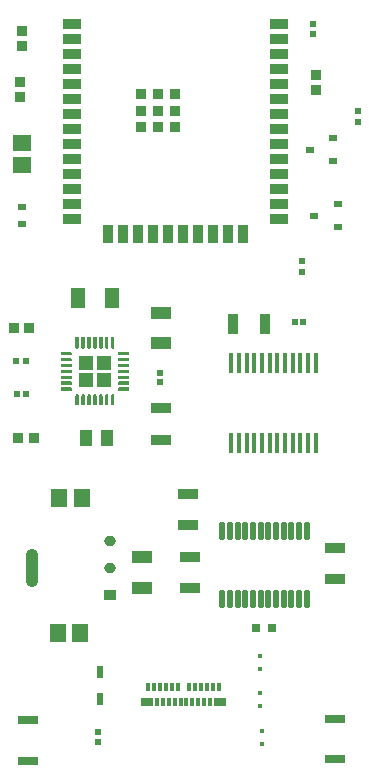
<source format=gtp>
G04*
G04 #@! TF.GenerationSoftware,Altium Limited,Altium Designer,23.1.1 (15)*
G04*
G04 Layer_Color=8421504*
%FSLAX44Y44*%
%MOMM*%
G71*
G04*
G04 #@! TF.SameCoordinates,41D86B32-BED1-46DB-A61E-0691954F4559*
G04*
G04*
G04 #@! TF.FilePolarity,Positive*
G04*
G01*
G75*
%ADD14R,1.2000X1.2000*%
G04:AMPARAMS|DCode=15|XSize=1.7528mm|YSize=0.4149mm|CornerRadius=0.2075mm|HoleSize=0mm|Usage=FLASHONLY|Rotation=270.000|XOffset=0mm|YOffset=0mm|HoleType=Round|Shape=RoundedRectangle|*
%AMROUNDEDRECTD15*
21,1,1.7528,0.0000,0,0,270.0*
21,1,1.3379,0.4149,0,0,270.0*
1,1,0.4149,0.0000,-0.6690*
1,1,0.4149,0.0000,0.6690*
1,1,0.4149,0.0000,0.6690*
1,1,0.4149,0.0000,-0.6690*
%
%ADD15ROUNDEDRECTD15*%
%ADD16R,0.4149X1.7528*%
%ADD17R,1.7000X0.8000*%
%ADD18R,1.5500X1.4500*%
%ADD19R,0.9000X0.8500*%
%ADD20R,0.5600X0.5200*%
%ADD21R,0.7000X0.7000*%
%ADD22R,0.8500X0.9000*%
%ADD23R,1.4500X1.5500*%
%ADD24R,0.5725X0.6153*%
%ADD25R,0.5000X1.0750*%
%ADD26R,0.3200X0.4300*%
%ADD27R,0.9000X0.9000*%
%ADD28R,0.9000X1.5000*%
%ADD29R,1.5000X0.9000*%
%ADD30R,1.0000X0.7000*%
%ADD31R,0.3000X0.7000*%
G04:AMPARAMS|DCode=32|XSize=1.5mm|YSize=0.45mm|CornerRadius=0.0495mm|HoleSize=0mm|Usage=FLASHONLY|Rotation=90.000|XOffset=0mm|YOffset=0mm|HoleType=Round|Shape=RoundedRectangle|*
%AMROUNDEDRECTD32*
21,1,1.5000,0.3510,0,0,90.0*
21,1,1.4010,0.4500,0,0,90.0*
1,1,0.0990,0.1755,0.7005*
1,1,0.0990,0.1755,-0.7005*
1,1,0.0990,-0.1755,-0.7005*
1,1,0.0990,-0.1755,0.7005*
%
%ADD32ROUNDEDRECTD32*%
%ADD33R,1.0043X0.8721*%
G04:AMPARAMS|DCode=34|XSize=1.0043mm|YSize=0.8721mm|CornerRadius=0.4361mm|HoleSize=0mm|Usage=FLASHONLY|Rotation=180.000|XOffset=0mm|YOffset=0mm|HoleType=Round|Shape=RoundedRectangle|*
%AMROUNDEDRECTD34*
21,1,1.0043,0.0000,0,0,180.0*
21,1,0.1322,0.8721,0,0,180.0*
1,1,0.8721,-0.0661,0.0000*
1,1,0.8721,0.0661,0.0000*
1,1,0.8721,0.0661,0.0000*
1,1,0.8721,-0.0661,0.0000*
%
%ADD34ROUNDEDRECTD34*%
G04:AMPARAMS|DCode=35|XSize=1.0043mm|YSize=3.1821mm|CornerRadius=0.4369mm|HoleSize=0mm|Usage=FLASHONLY|Rotation=180.000|XOffset=0mm|YOffset=0mm|HoleType=Round|Shape=RoundedRectangle|*
%AMROUNDEDRECTD35*
21,1,1.0043,2.3084,0,0,180.0*
21,1,0.1306,3.1821,0,0,180.0*
1,1,0.8737,-0.0653,1.1542*
1,1,0.8737,0.0653,1.1542*
1,1,0.8737,0.0653,-1.1542*
1,1,0.8737,-0.0653,-1.1542*
%
%ADD35ROUNDEDRECTD35*%
%ADD36R,0.8000X0.6000*%
%ADD37R,0.9561X1.6582*%
%ADD38R,1.6582X0.9561*%
%ADD39R,0.5725X0.5682*%
%ADD40R,1.7000X1.1000*%
%ADD41R,1.2549X1.8062*%
%ADD42R,1.1000X1.4000*%
%ADD43R,0.4682X0.4725*%
%ADD44R,0.4725X0.4682*%
%ADD45C,0.2700*%
%ADD46R,0.8000X0.6000*%
%ADD47R,0.6153X0.5725*%
G36*
X981620Y789230D02*
Y788932D01*
X981391Y788380D01*
X980969Y787958D01*
X980418Y787730D01*
X979821D01*
X979270Y787958D01*
X978848Y788380D01*
X978620Y788932D01*
Y789230D01*
Y797230D01*
X981620D01*
Y789230D01*
D02*
G37*
G36*
X976620D02*
Y788932D01*
X976391Y788380D01*
X975969Y787958D01*
X975418Y787730D01*
X974821D01*
X974270Y787958D01*
X973848Y788380D01*
X973620Y788932D01*
Y789230D01*
Y797230D01*
X976620D01*
Y789230D01*
D02*
G37*
G36*
X971620D02*
Y788932D01*
X971391Y788380D01*
X970969Y787958D01*
X970418Y787730D01*
X969821D01*
X969270Y787958D01*
X968848Y788380D01*
X968620Y788932D01*
Y789230D01*
Y797230D01*
X971620D01*
X971620Y789230D01*
D02*
G37*
G36*
X966620D02*
Y788932D01*
X966391Y788380D01*
X965969Y787958D01*
X965418Y787730D01*
X964821D01*
X964270Y787958D01*
X963848Y788380D01*
X963620Y788932D01*
Y789230D01*
Y797230D01*
X966620D01*
Y789230D01*
D02*
G37*
G36*
X961620D02*
Y788932D01*
X961391Y788380D01*
X960969Y787958D01*
X960418Y787730D01*
X959821D01*
X959270Y787958D01*
X958848Y788380D01*
X958620Y788932D01*
Y789230D01*
X958620D01*
Y797230D01*
X961620D01*
Y789230D01*
D02*
G37*
G36*
X956620D02*
Y788932D01*
X956391Y788380D01*
X955969Y787958D01*
X955418Y787730D01*
X954821D01*
X954270Y787958D01*
X953848Y788380D01*
X953620Y788932D01*
Y789230D01*
Y797230D01*
X956620D01*
Y789230D01*
D02*
G37*
G36*
X951620D02*
Y788932D01*
X951391Y788380D01*
X950969Y787958D01*
X950418Y787730D01*
X949821D01*
X949270Y787958D01*
X948848Y788380D01*
X948620Y788932D01*
Y789230D01*
Y797230D01*
X951620D01*
Y789230D01*
D02*
G37*
G36*
X993870Y781980D02*
X985571D01*
X985020Y782208D01*
X984598Y782630D01*
X984370Y783182D01*
Y783480D01*
Y783778D01*
X984598Y784330D01*
X985020Y784752D01*
X985571Y784980D01*
X993870D01*
Y781980D01*
D02*
G37*
G36*
X945219Y784752D02*
X945641Y784330D01*
X945870Y783778D01*
Y783480D01*
Y783182D01*
X945641Y782630D01*
X945219Y782208D01*
X944668Y781980D01*
X936370D01*
Y784980D01*
X944668D01*
X945219Y784752D01*
D02*
G37*
G36*
X993870Y776980D02*
X985571D01*
X985020Y777208D01*
X984598Y777630D01*
X984370Y778182D01*
Y778480D01*
Y778778D01*
X984598Y779330D01*
X985020Y779752D01*
X985571Y779980D01*
X993870D01*
Y776980D01*
D02*
G37*
G36*
X945219Y779752D02*
X945641Y779330D01*
X945870Y778778D01*
Y778480D01*
Y778182D01*
X945641Y777630D01*
X945219Y777208D01*
X944668Y776980D01*
X936370D01*
Y779980D01*
X944668D01*
X945219Y779752D01*
D02*
G37*
G36*
X993870Y771980D02*
X985571D01*
X985020Y772208D01*
X984598Y772630D01*
X984370Y773182D01*
Y773480D01*
Y773778D01*
X984598Y774330D01*
X985020Y774752D01*
X985571Y774980D01*
X985870D01*
Y774980D01*
X993870D01*
Y771980D01*
D02*
G37*
G36*
X944370Y774980D02*
X944668D01*
X945219Y774752D01*
X945641Y774330D01*
X945870Y773778D01*
Y773480D01*
Y773182D01*
X945641Y772630D01*
X945219Y772208D01*
X944668Y771980D01*
X936370D01*
Y774980D01*
X944370Y774980D01*
D02*
G37*
G36*
X993870Y766980D02*
X985571D01*
X985020Y767208D01*
X984598Y767630D01*
X984370Y768182D01*
Y768480D01*
Y768778D01*
X984598Y769330D01*
X985020Y769752D01*
X985571Y769980D01*
X993870D01*
Y766980D01*
D02*
G37*
G36*
X945219Y769752D02*
X945641Y769330D01*
X945870Y768778D01*
Y768480D01*
Y768182D01*
X945641Y767630D01*
X945219Y767208D01*
X944668Y766980D01*
X936370D01*
Y769980D01*
X944668D01*
X945219Y769752D01*
D02*
G37*
G36*
X993870Y761980D02*
X985870Y761980D01*
X985571D01*
X985020Y762208D01*
X984598Y762630D01*
X984370Y763182D01*
Y763480D01*
Y763778D01*
X984598Y764330D01*
X985020Y764752D01*
X985571Y764980D01*
X993870D01*
Y761980D01*
D02*
G37*
G36*
X945219Y764752D02*
X945641Y764330D01*
X945870Y763778D01*
Y763480D01*
Y763182D01*
X945641Y762630D01*
X945219Y762208D01*
X944668Y761980D01*
X944370D01*
Y761980D01*
X936370D01*
Y764980D01*
X944668D01*
X945219Y764752D01*
D02*
G37*
G36*
X993870Y756980D02*
X985571D01*
X985020Y757208D01*
X984598Y757630D01*
X984370Y758182D01*
Y758480D01*
Y758778D01*
X984598Y759330D01*
X985020Y759752D01*
X985571Y759980D01*
X993870D01*
Y756980D01*
D02*
G37*
G36*
X945219Y759752D02*
X945641Y759330D01*
X945870Y758778D01*
Y758480D01*
Y758182D01*
X945641Y757630D01*
X945219Y757208D01*
X944668Y756980D01*
X936370D01*
Y759980D01*
X944668D01*
X945219Y759752D01*
D02*
G37*
G36*
X993870Y751980D02*
X985571D01*
X985020Y752208D01*
X984598Y752630D01*
X984370Y753182D01*
Y753480D01*
Y753778D01*
X984598Y754330D01*
X985020Y754752D01*
X985571Y754980D01*
X993870D01*
Y751980D01*
D02*
G37*
G36*
X945219Y754752D02*
X945641Y754330D01*
X945870Y753778D01*
Y753480D01*
Y753182D01*
X945641Y752630D01*
X945219Y752208D01*
X944668Y751980D01*
X936370D01*
Y754980D01*
X944668D01*
X945219Y754752D01*
D02*
G37*
G36*
X980969Y749002D02*
X981391Y748580D01*
X981620Y748028D01*
Y747730D01*
Y739730D01*
X978620D01*
Y747730D01*
Y748028D01*
X978848Y748580D01*
X979270Y749002D01*
X979821Y749230D01*
X980418D01*
X980969Y749002D01*
D02*
G37*
G36*
X975969D02*
X976391Y748580D01*
X976620Y748028D01*
Y747730D01*
Y739730D01*
X973620D01*
Y747730D01*
Y748028D01*
X973848Y748580D01*
X974270Y749002D01*
X974821Y749230D01*
X975418D01*
X975969Y749002D01*
D02*
G37*
G36*
X970969D02*
X971391Y748580D01*
X971620Y748028D01*
Y747730D01*
X971620D01*
Y739730D01*
X968620D01*
Y747730D01*
Y748028D01*
X968848Y748580D01*
X969270Y749002D01*
X969821Y749230D01*
X970418D01*
X970969Y749002D01*
D02*
G37*
G36*
X965969D02*
X966391Y748580D01*
X966620Y748028D01*
Y747730D01*
Y739730D01*
X963620D01*
Y747730D01*
Y748028D01*
X963848Y748580D01*
X964270Y749002D01*
X964821Y749230D01*
X965418D01*
X965969Y749002D01*
D02*
G37*
G36*
X960969D02*
X961391Y748580D01*
X961620Y748028D01*
Y747730D01*
Y739730D01*
X958620D01*
X958620Y747730D01*
Y748028D01*
X958848Y748580D01*
X959270Y749002D01*
X959821Y749230D01*
X960418D01*
X960969Y749002D01*
D02*
G37*
G36*
X955969D02*
X956391Y748580D01*
X956620Y748028D01*
Y747730D01*
Y739730D01*
X953620D01*
Y747730D01*
Y748028D01*
X953848Y748580D01*
X954270Y749002D01*
X954821Y749230D01*
X955418D01*
X955969Y749002D01*
D02*
G37*
G36*
X950969D02*
X951391Y748580D01*
X951620Y748028D01*
Y747730D01*
Y739730D01*
X948620D01*
Y747730D01*
Y748028D01*
X948848Y748580D01*
X949270Y749002D01*
X949821Y749230D01*
X950418D01*
X950969Y749002D01*
D02*
G37*
D14*
X972620Y760980D02*
D03*
X957620D02*
D03*
X972620Y775980D02*
D03*
X957620D02*
D03*
D15*
X1152080Y707928D02*
D03*
X1145580D02*
D03*
X1139080D02*
D03*
X1132580D02*
D03*
X1126080D02*
D03*
X1119580D02*
D03*
X1113080D02*
D03*
X1106580D02*
D03*
X1100080D02*
D03*
X1093580D02*
D03*
X1087080D02*
D03*
X1080580D02*
D03*
Y775432D02*
D03*
X1087080D02*
D03*
X1093580D02*
D03*
X1100080D02*
D03*
X1106580D02*
D03*
X1113080D02*
D03*
X1119580D02*
D03*
X1126080D02*
D03*
X1132580D02*
D03*
X1139080D02*
D03*
X1145580D02*
D03*
D16*
X1152080D02*
D03*
D17*
X908050Y472930D02*
D03*
Y438930D02*
D03*
X1168400Y474200D02*
D03*
Y440200D02*
D03*
D18*
X902970Y962000D02*
D03*
Y943000D02*
D03*
D19*
X901700Y1000610D02*
D03*
Y1013610D02*
D03*
X1151890Y1019810D02*
D03*
Y1006810D02*
D03*
X902970Y1043940D02*
D03*
Y1056940D02*
D03*
D20*
X1141720Y810260D02*
D03*
X1134120D02*
D03*
D21*
X1115090Y551180D02*
D03*
X1101090D02*
D03*
D22*
X913280Y712470D02*
D03*
X900280D02*
D03*
X909470Y805180D02*
D03*
X896470D02*
D03*
D23*
X933500Y547370D02*
D03*
X952500D02*
D03*
X934770Y661670D02*
D03*
X953770D02*
D03*
D24*
X967740Y454660D02*
D03*
Y463232D02*
D03*
D25*
X969010Y491110D02*
D03*
Y514350D02*
D03*
D26*
X1104900Y527470D02*
D03*
Y516470D02*
D03*
Y496140D02*
D03*
Y485140D02*
D03*
X1106170Y452970D02*
D03*
Y463970D02*
D03*
D27*
X1032510Y975300D02*
D03*
X1018510D02*
D03*
X1004510D02*
D03*
X1032510Y989300D02*
D03*
X1018510D02*
D03*
X1004510D02*
D03*
X1032510Y1003300D02*
D03*
X1018510D02*
D03*
X1004510D02*
D03*
D28*
X1090710Y885100D02*
D03*
X1078010D02*
D03*
X1065310D02*
D03*
X1052610D02*
D03*
X1039910D02*
D03*
X1027210D02*
D03*
X1014510D02*
D03*
X1001810D02*
D03*
X989110D02*
D03*
X976410D02*
D03*
D29*
X1121010Y1062700D02*
D03*
Y1050000D02*
D03*
Y1037300D02*
D03*
Y1024600D02*
D03*
Y1011900D02*
D03*
Y999200D02*
D03*
Y986500D02*
D03*
Y973800D02*
D03*
Y961100D02*
D03*
Y948400D02*
D03*
Y935700D02*
D03*
Y923000D02*
D03*
Y910300D02*
D03*
Y897600D02*
D03*
X946010D02*
D03*
Y910300D02*
D03*
Y923000D02*
D03*
Y935700D02*
D03*
Y948400D02*
D03*
Y961100D02*
D03*
Y973800D02*
D03*
Y986500D02*
D03*
Y999200D02*
D03*
Y1011900D02*
D03*
Y1024600D02*
D03*
Y1037300D02*
D03*
Y1050000D02*
D03*
Y1062700D02*
D03*
D30*
X1071130Y488250D02*
D03*
X1009130D02*
D03*
D31*
X1017630D02*
D03*
X1022630D02*
D03*
X1027630D02*
D03*
X1032630D02*
D03*
X1037630D02*
D03*
X1042630D02*
D03*
X1047630D02*
D03*
X1052630D02*
D03*
X1057630D02*
D03*
X1062630D02*
D03*
X1070130Y501250D02*
D03*
X1065130D02*
D03*
X1060130D02*
D03*
X1055130D02*
D03*
X1050130D02*
D03*
X1045130D02*
D03*
X1035130D02*
D03*
X1030130D02*
D03*
X1025130D02*
D03*
X1020130D02*
D03*
X1015130D02*
D03*
X1010130D02*
D03*
D32*
X1072960Y633520D02*
D03*
X1079460D02*
D03*
X1085960D02*
D03*
X1092460D02*
D03*
X1098960D02*
D03*
X1105460D02*
D03*
X1111960D02*
D03*
X1118460D02*
D03*
X1124960D02*
D03*
X1131460D02*
D03*
X1137960D02*
D03*
X1144460D02*
D03*
Y575520D02*
D03*
X1137960D02*
D03*
X1131460D02*
D03*
X1124960D02*
D03*
X1118460D02*
D03*
X1111960D02*
D03*
X1105460D02*
D03*
X1098960D02*
D03*
X1092460D02*
D03*
X1085960D02*
D03*
X1079460D02*
D03*
X1072960D02*
D03*
D33*
X977830Y579080D02*
D03*
D34*
Y601980D02*
D03*
Y624880D02*
D03*
D35*
X911930Y601980D02*
D03*
D36*
X1167010Y946810D02*
D03*
Y965810D02*
D03*
X1146810Y956310D02*
D03*
X1170880Y890930D02*
D03*
Y909930D02*
D03*
X1150680Y900430D02*
D03*
D37*
X1082188Y808990D02*
D03*
X1108710D02*
D03*
D38*
X1045210Y611431D02*
D03*
Y584909D02*
D03*
X1043940Y638249D02*
D03*
Y664771D02*
D03*
X1168400Y619051D02*
D03*
Y592529D02*
D03*
X1021080Y737161D02*
D03*
Y710639D02*
D03*
D39*
X1149350Y1053947D02*
D03*
Y1062990D02*
D03*
X1140460Y861771D02*
D03*
Y852728D02*
D03*
X1187450Y988772D02*
D03*
Y979729D02*
D03*
D40*
X1004570Y585170D02*
D03*
Y611170D02*
D03*
X1021080Y792180D02*
D03*
Y818180D02*
D03*
D41*
X979456Y830580D02*
D03*
X950944D02*
D03*
D42*
X957720Y712470D02*
D03*
X975220D02*
D03*
D43*
X898948Y749300D02*
D03*
X906991D02*
D03*
D44*
X1019810Y767292D02*
D03*
Y759249D02*
D03*
D45*
X950119Y792480D02*
D03*
X955120D02*
D03*
X960120D02*
D03*
X965120Y795230D02*
D03*
X970120Y792480D02*
D03*
X975120D02*
D03*
X980120D02*
D03*
X989120Y783480D02*
D03*
Y778480D02*
D03*
Y773480D02*
D03*
X991870Y768480D02*
D03*
X989120Y763480D02*
D03*
Y758480D02*
D03*
Y753480D02*
D03*
X980120Y744480D02*
D03*
X975120D02*
D03*
X970120D02*
D03*
X965120Y741230D02*
D03*
X960120Y744480D02*
D03*
X955120D02*
D03*
X950119D02*
D03*
X941120Y753480D02*
D03*
Y758480D02*
D03*
Y763480D02*
D03*
X937870Y768480D02*
D03*
X941120Y773480D02*
D03*
Y778480D02*
D03*
Y783480D02*
D03*
D46*
X902970Y907680D02*
D03*
Y893180D02*
D03*
D47*
X906780Y777240D02*
D03*
X898209D02*
D03*
M02*

</source>
